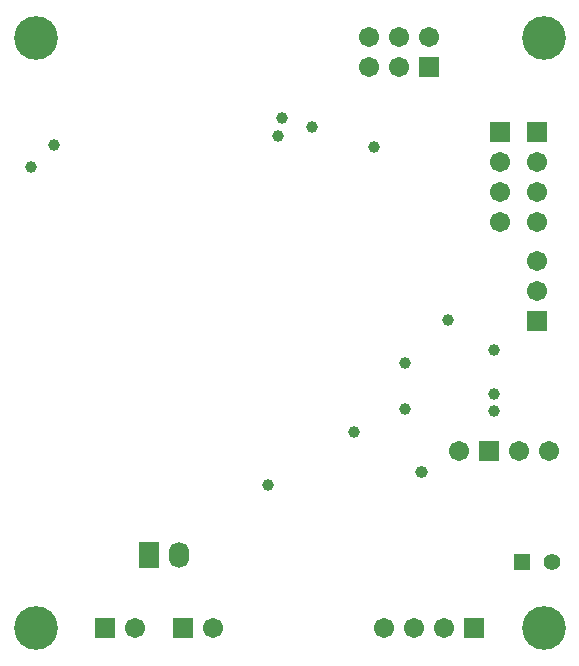
<source format=gbs>
G04*
G04 #@! TF.GenerationSoftware,Altium Limited,Altium Designer,23.3.1 (30)*
G04*
G04 Layer_Color=16711935*
%FSLAX25Y25*%
%MOIN*%
G70*
G04*
G04 #@! TF.SameCoordinates,D2BD120D-7BFA-4985-A6C7-D6EA5F31A85F*
G04*
G04*
G04 #@! TF.FilePolarity,Negative*
G04*
G01*
G75*
%ADD55C,0.06706*%
%ADD56R,0.06706X0.06706*%
%ADD57R,0.06706X0.06706*%
%ADD58C,0.14580*%
%ADD59C,0.05524*%
%ADD60R,0.05524X0.05524*%
%ADD62R,0.06706X0.08674*%
%ADD63O,0.06706X0.08674*%
%ADD64C,0.03950*%
D55*
X56500Y-35500D02*
D03*
X76500D02*
D03*
X86500D02*
D03*
X82500Y18000D02*
D03*
Y28000D02*
D03*
X70000Y41000D02*
D03*
Y51000D02*
D03*
Y61000D02*
D03*
X82500Y41000D02*
D03*
Y51000D02*
D03*
Y61000D02*
D03*
X26500Y102500D02*
D03*
Y92500D02*
D03*
X36500Y102500D02*
D03*
Y92500D02*
D03*
X46500Y102500D02*
D03*
X-25500Y-94500D02*
D03*
X-51500D02*
D03*
X51500D02*
D03*
X41500D02*
D03*
X31500D02*
D03*
D56*
X66500Y-35500D02*
D03*
X46500Y92500D02*
D03*
X-35500Y-94500D02*
D03*
X-61500D02*
D03*
X61500D02*
D03*
D57*
X82500Y8000D02*
D03*
X70000Y71000D02*
D03*
X82500D02*
D03*
D58*
X-84646Y102362D02*
D03*
Y-94488D02*
D03*
X84646D02*
D03*
Y102362D02*
D03*
D59*
X87500Y-72500D02*
D03*
D60*
X77500D02*
D03*
D62*
X-47000Y-70000D02*
D03*
D63*
X-37000D02*
D03*
D64*
X-7044Y-46768D02*
D03*
X21313Y-29224D02*
D03*
X68013Y-1650D02*
D03*
Y-16324D02*
D03*
Y-21924D02*
D03*
X38513Y-6024D02*
D03*
Y-21524D02*
D03*
X52913Y8376D02*
D03*
X-78650Y66676D02*
D03*
X-86133Y59192D02*
D03*
X-2487Y75576D02*
D03*
X43924Y-42424D02*
D03*
X7513Y72476D02*
D03*
X28213Y65876D02*
D03*
X-3987Y69476D02*
D03*
X44000Y-42500D02*
D03*
M02*

</source>
